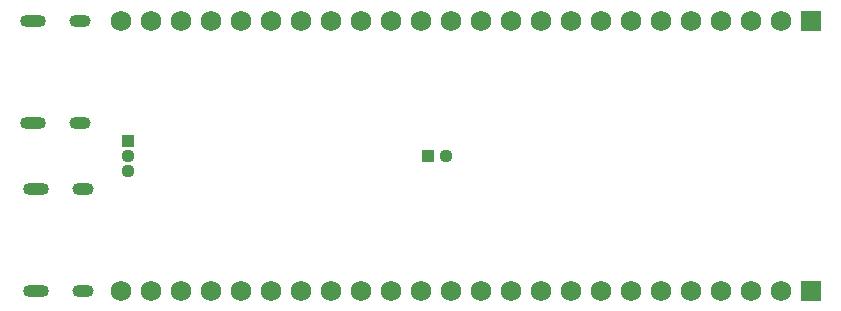
<source format=gbs>
G04*
G04 #@! TF.GenerationSoftware,Altium Limited,Altium Designer,25.8.1 (18)*
G04*
G04 Layer_Color=16711935*
%FSLAX25Y25*%
%MOIN*%
G70*
G04*
G04 #@! TF.SameCoordinates,6ABF4B5D-D965-4913-BD24-76852B7B618B*
G04*
G04*
G04 #@! TF.FilePolarity,Negative*
G04*
G01*
G75*
%ADD51R,0.04400X0.04400*%
%ADD52C,0.04400*%
G04:AMPARAMS|DCode=53|XSize=39.37mil|YSize=86.61mil|CornerRadius=19.68mil|HoleSize=0mil|Usage=FLASHONLY|Rotation=270.000|XOffset=0mil|YOffset=0mil|HoleType=Round|Shape=RoundedRectangle|*
%AMROUNDEDRECTD53*
21,1,0.03937,0.04724,0,0,270.0*
21,1,0.00000,0.08661,0,0,270.0*
1,1,0.03937,-0.02362,0.00000*
1,1,0.03937,-0.02362,0.00000*
1,1,0.03937,0.02362,0.00000*
1,1,0.03937,0.02362,0.00000*
%
%ADD53ROUNDEDRECTD53*%
G04:AMPARAMS|DCode=54|XSize=39.37mil|YSize=70.87mil|CornerRadius=19.68mil|HoleSize=0mil|Usage=FLASHONLY|Rotation=270.000|XOffset=0mil|YOffset=0mil|HoleType=Round|Shape=RoundedRectangle|*
%AMROUNDEDRECTD54*
21,1,0.03937,0.03150,0,0,270.0*
21,1,0.00000,0.07087,0,0,270.0*
1,1,0.03937,-0.01575,0.00000*
1,1,0.03937,-0.01575,0.00000*
1,1,0.03937,0.01575,0.00000*
1,1,0.03937,0.01575,0.00000*
%
%ADD54ROUNDEDRECTD54*%
%ADD55R,0.04400X0.04400*%
%ADD56C,0.06800*%
%ADD57R,0.06800X0.06800*%
D51*
X37500Y55000D02*
D03*
D52*
Y50000D02*
D03*
Y45000D02*
D03*
X143500Y50000D02*
D03*
D53*
X5752Y60984D02*
D03*
Y95000D02*
D03*
X6752Y5000D02*
D03*
Y39016D02*
D03*
D54*
X21500Y60984D02*
D03*
Y95000D02*
D03*
X22500Y5000D02*
D03*
Y39016D02*
D03*
D55*
X137500Y50000D02*
D03*
D56*
X55000Y95000D02*
D03*
X255000D02*
D03*
X65000D02*
D03*
X255000Y5000D02*
D03*
X45000Y95000D02*
D03*
X35000Y5000D02*
D03*
X45000D02*
D03*
X55000D02*
D03*
X65000D02*
D03*
X75000D02*
D03*
X85000D02*
D03*
X95000D02*
D03*
X105000D02*
D03*
X115000D02*
D03*
X125000D02*
D03*
X135000D02*
D03*
X145000D02*
D03*
X155000D02*
D03*
X165000D02*
D03*
X175000D02*
D03*
X185000D02*
D03*
X195000D02*
D03*
X205000D02*
D03*
X215000D02*
D03*
X225000D02*
D03*
X235000D02*
D03*
X245000D02*
D03*
Y95000D02*
D03*
X235000D02*
D03*
X225000D02*
D03*
X215000D02*
D03*
X205000D02*
D03*
X195000D02*
D03*
X185000D02*
D03*
X175000D02*
D03*
X165000D02*
D03*
X155000D02*
D03*
X145000D02*
D03*
X135000D02*
D03*
X125000D02*
D03*
X115000D02*
D03*
X105000D02*
D03*
X95000D02*
D03*
X85000D02*
D03*
X75000D02*
D03*
X35000D02*
D03*
D57*
X265000Y5000D02*
D03*
Y95000D02*
D03*
M02*

</source>
